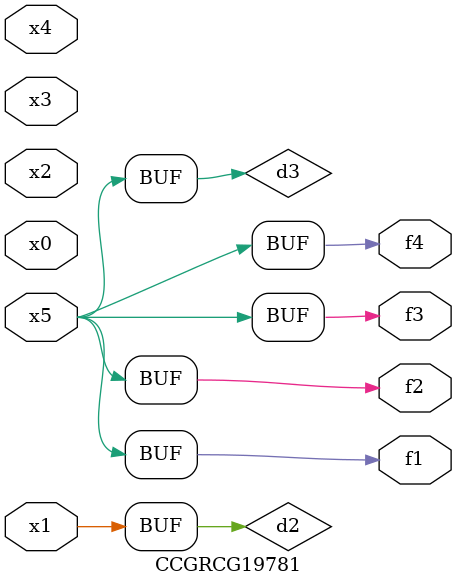
<source format=v>
module CCGRCG19781(
	input x0, x1, x2, x3, x4, x5,
	output f1, f2, f3, f4
);

	wire d1, d2, d3;

	not (d1, x5);
	or (d2, x1);
	xnor (d3, d1);
	assign f1 = d3;
	assign f2 = d3;
	assign f3 = d3;
	assign f4 = d3;
endmodule

</source>
